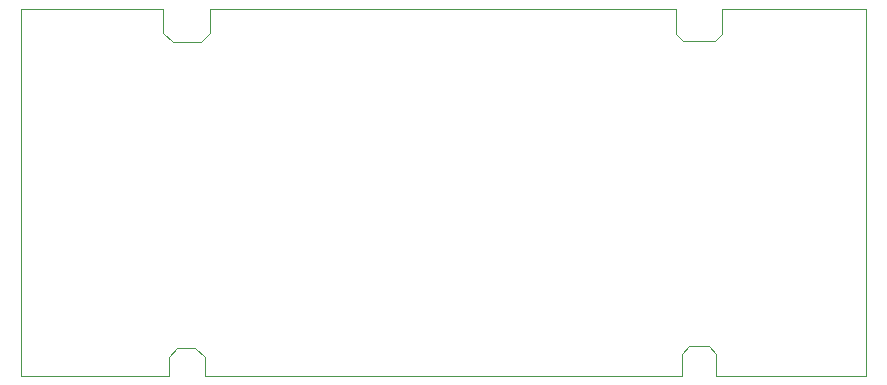
<source format=gbr>
%TF.GenerationSoftware,KiCad,Pcbnew,9.0.1*%
%TF.CreationDate,2025-06-17T00:59:48+02:00*%
%TF.ProjectId,Richtkoppler,52696368-746b-46f7-9070-6c65722e6b69,1.0*%
%TF.SameCoordinates,Original*%
%TF.FileFunction,Profile,NP*%
%FSLAX46Y46*%
G04 Gerber Fmt 4.6, Leading zero omitted, Abs format (unit mm)*
G04 Created by KiCad (PCBNEW 9.0.1) date 2025-06-17 00:59:48*
%MOMM*%
%LPD*%
G01*
G04 APERTURE LIST*
%TA.AperFunction,Profile*%
%ADD10C,0.050000*%
%TD*%
G04 APERTURE END LIST*
D10*
X112000000Y-81000000D02*
X112800000Y-81800000D01*
X115200000Y-81800000D01*
X116000000Y-81000000D01*
X116000000Y-79000000D01*
X155400000Y-79000000D01*
X155400000Y-81100000D01*
X156000000Y-81700000D01*
X158700000Y-81700000D01*
X159300000Y-81100000D01*
X159300000Y-79000000D01*
X171500000Y-79000000D01*
X171500000Y-110000000D01*
X158800000Y-110000000D01*
X158800000Y-108200000D01*
X158200000Y-107500000D01*
X156500000Y-107500000D01*
X155900000Y-108200000D01*
X155900000Y-110000000D01*
X115500000Y-110000000D01*
X115500000Y-108400000D01*
X114700000Y-107700000D01*
X113200000Y-107700000D01*
X112500000Y-108400000D01*
X112500000Y-110000000D01*
X100000000Y-110000000D01*
X100000000Y-79000000D01*
X112000000Y-79000000D01*
X112000000Y-81000000D01*
M02*

</source>
